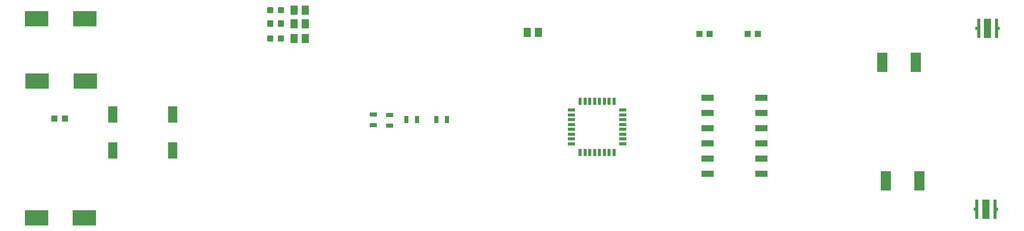
<source format=gtp>
G75*
%MOIN*%
%OFA0B0*%
%FSLAX25Y25*%
%IPPOS*%
%LPD*%
%AMOC8*
5,1,8,0,0,1.08239X$1,22.5*
%
%ADD10R,0.07900X0.04300*%
%ADD11R,0.05000X0.02200*%
%ADD12R,0.02200X0.05000*%
%ADD13R,0.15748X0.09843*%
%ADD14R,0.06181X0.11102*%
%ADD15R,0.03150X0.04724*%
%ADD16R,0.04724X0.03150*%
%ADD17R,0.07087X0.12598*%
%ADD18R,0.05118X0.05906*%
%ADD19C,0.01181*%
%ADD20R,0.01969X0.12992*%
%ADD21R,0.01575X0.01969*%
%ADD22R,0.05118X0.12992*%
%ADD23R,0.03937X0.04331*%
%ADD24R,0.04331X0.03937*%
D10*
X0567889Y0177634D03*
X0567889Y0187634D03*
X0567889Y0197634D03*
X0567889Y0207634D03*
X0567889Y0217634D03*
X0567889Y0227634D03*
X0603289Y0227634D03*
X0603289Y0217634D03*
X0603289Y0207634D03*
X0603289Y0197634D03*
X0603289Y0187634D03*
X0603289Y0177634D03*
D11*
X0512323Y0197484D03*
X0512323Y0200634D03*
X0512323Y0203783D03*
X0512323Y0206933D03*
X0512323Y0210083D03*
X0512323Y0213232D03*
X0512323Y0216382D03*
X0512323Y0219531D03*
X0478523Y0219531D03*
X0478523Y0216382D03*
X0478523Y0213232D03*
X0478523Y0210083D03*
X0478523Y0206933D03*
X0478523Y0203783D03*
X0478523Y0200634D03*
X0478523Y0197484D03*
D12*
X0484400Y0191608D03*
X0487549Y0191608D03*
X0490699Y0191608D03*
X0493848Y0191608D03*
X0496998Y0191608D03*
X0500148Y0191608D03*
X0503297Y0191608D03*
X0506447Y0191608D03*
X0506447Y0225408D03*
X0503297Y0225408D03*
X0500148Y0225408D03*
X0496998Y0225408D03*
X0493848Y0225408D03*
X0490699Y0225408D03*
X0487549Y0225408D03*
X0484400Y0225408D03*
D13*
X0127463Y0148539D03*
X0158959Y0148539D03*
X0159518Y0238547D03*
X0128022Y0238547D03*
X0127659Y0279642D03*
X0159156Y0279642D03*
D14*
X0177746Y0216831D03*
X0216801Y0216831D03*
X0216801Y0192972D03*
X0177746Y0192972D03*
D15*
X0370321Y0213461D03*
X0377407Y0213461D03*
X0389833Y0213461D03*
X0396919Y0213461D03*
D16*
X0359329Y0216413D03*
X0348423Y0216665D03*
X0348423Y0209579D03*
X0359329Y0209327D03*
D17*
X0682419Y0250902D03*
X0704467Y0250902D03*
X0706927Y0173146D03*
X0684880Y0173146D03*
D18*
X0457026Y0270587D03*
X0449545Y0270587D03*
X0303974Y0266650D03*
X0296494Y0266650D03*
X0296494Y0276492D03*
X0303974Y0276492D03*
X0303974Y0285350D03*
X0296494Y0285350D03*
D19*
X0289317Y0286728D02*
X0289317Y0283972D01*
X0286561Y0283972D01*
X0286561Y0286728D01*
X0289317Y0286728D01*
X0289317Y0285152D02*
X0286561Y0285152D01*
X0286561Y0286332D02*
X0289317Y0286332D01*
X0282411Y0286728D02*
X0282411Y0283972D01*
X0279655Y0283972D01*
X0279655Y0286728D01*
X0282411Y0286728D01*
X0282411Y0285152D02*
X0279655Y0285152D01*
X0279655Y0286332D02*
X0282411Y0286332D01*
X0282411Y0277870D02*
X0282411Y0275114D01*
X0279655Y0275114D01*
X0279655Y0277870D01*
X0282411Y0277870D01*
X0282411Y0276294D02*
X0279655Y0276294D01*
X0279655Y0277474D02*
X0282411Y0277474D01*
X0289317Y0277870D02*
X0289317Y0275114D01*
X0286561Y0275114D01*
X0286561Y0277870D01*
X0289317Y0277870D01*
X0289317Y0276294D02*
X0286561Y0276294D01*
X0286561Y0277474D02*
X0289317Y0277474D01*
X0289317Y0268028D02*
X0289317Y0265272D01*
X0286561Y0265272D01*
X0286561Y0268028D01*
X0289317Y0268028D01*
X0289317Y0266452D02*
X0286561Y0266452D01*
X0286561Y0267632D02*
X0289317Y0267632D01*
X0282411Y0268028D02*
X0282411Y0265272D01*
X0279655Y0265272D01*
X0279655Y0268028D01*
X0282411Y0268028D01*
X0282411Y0266452D02*
X0279655Y0266452D01*
X0279655Y0267632D02*
X0282411Y0267632D01*
D20*
X0745788Y0273472D03*
X0757599Y0273472D03*
X0756435Y0154445D03*
X0744624Y0154445D03*
D21*
X0743246Y0154445D03*
X0757813Y0154445D03*
X0758977Y0273472D03*
X0744410Y0273472D03*
D22*
X0751693Y0273472D03*
X0750530Y0154445D03*
D23*
X0600825Y0269602D03*
X0594132Y0269602D03*
X0569329Y0269602D03*
X0562636Y0269602D03*
D24*
X0146100Y0213992D03*
X0139407Y0213992D03*
M02*

</source>
